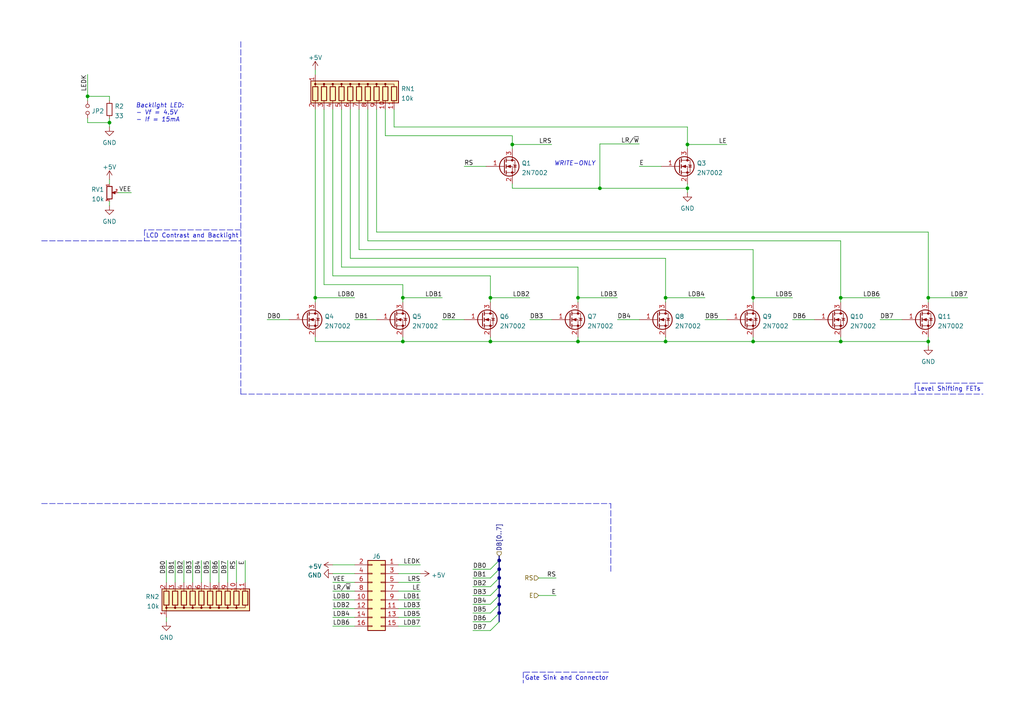
<source format=kicad_sch>
(kicad_sch (version 20210621) (generator eeschema)
  (paper "A4")
  (title_block (title "STM32 Reflow Controller") (date "2021-11-26") (company "de Byl Technologies, LLC"))
  (lib_symbols
    (symbol "2N7002_10" (pin_names (offset 0) hide)
      (property "Reference" "Q" (at 5.08 1.905 0))
      (property "Value" "2N7002_10" (at 5.08 0 0))
      (symbol "2N7002_10_0_1"
        (polyline (pts (xy 0.762 -1.778) (xy 2.54 -1.778)))
        (polyline (pts (xy 0.762 -1.27) (xy 0.762 -2.286)) (stroke (width 0.254)))
        (polyline (pts (xy 0.762 0) (xy 2.54 0)))
        (polyline (pts (xy 0.762 0.508) (xy 0.762 -0.508)) (stroke (width 0.254)))
        (polyline (pts (xy 0.762 1.778) (xy 2.54 1.778)))
        (polyline (pts (xy 0.762 2.286) (xy 0.762 1.27)) (stroke (width 0.254)))
        (polyline (pts (xy 2.54 -1.778) (xy 2.54 -2.54)))
        (polyline (pts (xy 2.54 -1.778) (xy 2.54 0)))
        (polyline (pts (xy 2.54 2.54) (xy 2.54 1.778)))
        (polyline (pts (xy 0.254 1.905) (xy 0.254 -1.905) (xy 0.254 -1.905)) (stroke (width 0.254)))
        (polyline (pts (xy 1.016 0) (xy 2.032 0.381) (xy 2.032 -0.381) (xy 1.016 0)) (fill (type outline)))
        (polyline (pts (xy 2.54 -1.778) (xy 3.302 -1.778) (xy 3.302 1.778) (xy 2.54 1.778)))
        (polyline (pts (xy 2.794 0.508) (xy 2.921 0.381) (xy 3.683 0.381) (xy 3.81 0.254)))
        (polyline (pts (xy 3.302 0.381) (xy 2.921 -0.254) (xy 3.683 -0.254) (xy 3.302 0.381)))
        (circle (center 1.651 0) (radius 2.8194) (stroke (width 0.254)) (stroke (width 0.254)))
        (circle (center 2.54 -1.778) (radius 0.2794) (fill (type outline)))
        (circle (center 2.54 1.778) (radius 0.2794) (fill (type outline)))
      )
      (symbol "2N7002_10_1_1"
        (pin input line (at -5.08 0 0) (length 5.334) (name "G") (number "1"))
        (pin passive line (at 2.54 -5.08 90) (length 2.54) (name "S") (number "2"))
        (pin passive line (at 2.54 5.08 270) (length 2.54) (name "D") (number "3"))
      )
    )
    (symbol "2N7002_2" (pin_names (offset 0) hide)
      (property "Reference" "Q" (at 5.08 1.905 0))
      (property "Value" "2N7002_2" (at 5.08 0 0))
      (symbol "2N7002_2_0_1"
        (polyline (pts (xy 0.762 -1.778) (xy 2.54 -1.778)))
        (polyline (pts (xy 0.762 -1.27) (xy 0.762 -2.286)) (stroke (width 0.254)))
        (polyline (pts (xy 0.762 0) (xy 2.54 0)))
        (polyline (pts (xy 0.762 0.508) (xy 0.762 -0.508)) (stroke (width 0.254)))
        (polyline (pts (xy 0.762 1.778) (xy 2.54 1.778)))
        (polyline (pts (xy 0.762 2.286) (xy 0.762 1.27)) (stroke (width 0.254)))
        (polyline (pts (xy 2.54 -1.778) (xy 2.54 -2.54)))
        (polyline (pts (xy 2.54 -1.778) (xy 2.54 0)))
        (polyline (pts (xy 2.54 2.54) (xy 2.54 1.778)))
        (polyline (pts (xy 0.254 1.905) (xy 0.254 -1.905) (xy 0.254 -1.905)) (stroke (width 0.254)))
        (polyline (pts (xy 1.016 0) (xy 2.032 0.381) (xy 2.032 -0.381) (xy 1.016 0)) (fill (type outline)))
        (polyline (pts (xy 2.54 -1.778) (xy 3.302 -1.778) (xy 3.302 1.778) (xy 2.54 1.778)))
        (polyline (pts (xy 2.794 0.508) (xy 2.921 0.381) (xy 3.683 0.381) (xy 3.81 0.254)))
        (polyline (pts (xy 3.302 0.381) (xy 2.921 -0.254) (xy 3.683 -0.254) (xy 3.302 0.381)))
        (circle (center 1.651 0) (radius 2.8194) (stroke (width 0.254)) (stroke (width 0.254)))
        (circle (center 2.54 -1.778) (radius 0.2794) (fill (type outline)))
        (circle (center 2.54 1.778) (radius 0.2794) (fill (type outline)))
      )
      (symbol "2N7002_2_1_1"
        (pin input line (at -5.08 0 0) (length 5.334) (name "G") (number "1"))
        (pin passive line (at 2.54 -5.08 90) (length 2.54) (name "S") (number "2"))
        (pin passive line (at 2.54 5.08 270) (length 2.54) (name "D") (number "3"))
      )
    )
    (symbol "2N7002_3" (pin_names (offset 0) hide)
      (property "Reference" "Q" (at 5.08 1.905 0))
      (property "Value" "2N7002_3" (at 5.08 0 0))
      (symbol "2N7002_3_0_1"
        (polyline (pts (xy 0.762 -1.778) (xy 2.54 -1.778)))
        (polyline (pts (xy 0.762 -1.27) (xy 0.762 -2.286)) (stroke (width 0.254)))
        (polyline (pts (xy 0.762 0) (xy 2.54 0)))
        (polyline (pts (xy 0.762 0.508) (xy 0.762 -0.508)) (stroke (width 0.254)))
        (polyline (pts (xy 0.762 1.778) (xy 2.54 1.778)))
        (polyline (pts (xy 0.762 2.286) (xy 0.762 1.27)) (stroke (width 0.254)))
        (polyline (pts (xy 2.54 -1.778) (xy 2.54 -2.54)))
        (polyline (pts (xy 2.54 -1.778) (xy 2.54 0)))
        (polyline (pts (xy 2.54 2.54) (xy 2.54 1.778)))
        (polyline (pts (xy 0.254 1.905) (xy 0.254 -1.905) (xy 0.254 -1.905)) (stroke (width 0.254)))
        (polyline (pts (xy 1.016 0) (xy 2.032 0.381) (xy 2.032 -0.381) (xy 1.016 0)) (fill (type outline)))
        (polyline (pts (xy 2.54 -1.778) (xy 3.302 -1.778) (xy 3.302 1.778) (xy 2.54 1.778)))
        (polyline (pts (xy 2.794 0.508) (xy 2.921 0.381) (xy 3.683 0.381) (xy 3.81 0.254)))
        (polyline (pts (xy 3.302 0.381) (xy 2.921 -0.254) (xy 3.683 -0.254) (xy 3.302 0.381)))
        (circle (center 1.651 0) (radius 2.8194) (stroke (width 0.254)) (stroke (width 0.254)))
        (circle (center 2.54 -1.778) (radius 0.2794) (fill (type outline)))
        (circle (center 2.54 1.778) (radius 0.2794) (fill (type outline)))
      )
      (symbol "2N7002_3_1_1"
        (pin input line (at -5.08 0 0) (length 5.334) (name "G") (number "1"))
        (pin passive line (at 2.54 -5.08 90) (length 2.54) (name "S") (number "2"))
        (pin passive line (at 2.54 5.08 270) (length 2.54) (name "D") (number "3"))
      )
    )
    (symbol "2N7002_4" (pin_names (offset 0) hide)
      (property "Reference" "Q" (at 5.08 1.905 0))
      (property "Value" "2N7002_4" (at 5.08 0 0))
      (symbol "2N7002_4_0_1"
        (polyline (pts (xy 0.762 -1.778) (xy 2.54 -1.778)))
        (polyline (pts (xy 0.762 -1.27) (xy 0.762 -2.286)) (stroke (width 0.254)))
        (polyline (pts (xy 0.762 0) (xy 2.54 0)))
        (polyline (pts (xy 0.762 0.508) (xy 0.762 -0.508)) (stroke (width 0.254)))
        (polyline (pts (xy 0.762 1.778) (xy 2.54 1.778)))
        (polyline (pts (xy 0.762 2.286) (xy 0.762 1.27)) (stroke (width 0.254)))
        (polyline (pts (xy 2.54 -1.778) (xy 2.54 -2.54)))
        (polyline (pts (xy 2.54 -1.778) (xy 2.54 0)))
        (polyline (pts (xy 2.54 2.54) (xy 2.54 1.778)))
        (polyline (pts (xy 0.254 1.905) (xy 0.254 -1.905) (xy 0.254 -1.905)) (stroke (width 0.254)))
        (polyline (pts (xy 1.016 0) (xy 2.032 0.381) (xy 2.032 -0.381) (xy 1.016 0)) (fill (type outline)))
        (polyline (pts (xy 2.54 -1.778) (xy 3.302 -1.778) (xy 3.302 1.778) (xy 2.54 1.778)))
        (polyline (pts (xy 2.794 0.508) (xy 2.921 0.381) (xy 3.683 0.381) (xy 3.81 0.254)))
        (polyline (pts (xy 3.302 0.381) (xy 2.921 -0.254) (xy 3.683 -0.254) (xy 3.302 0.381)))
        (circle (center 1.651 0) (radius 2.8194) (stroke (width 0.254)) (stroke (width 0.254)))
        (circle (center 2.54 -1.778) (radius 0.2794) (fill (type outline)))
        (circle (center 2.54 1.778) (radius 0.2794) (fill (type outline)))
      )
      (symbol "2N7002_4_1_1"
        (pin input line (at -5.08 0 0) (length 5.334) (name "G") (number "1"))
        (pin passive line (at 2.54 -5.08 90) (length 2.54) (name "S") (number "2"))
        (pin passive line (at 2.54 5.08 270) (length 2.54) (name "D") (number "3"))
      )
    )
    (symbol "2N7002_6" (pin_names (offset 0) hide)
      (property "Reference" "Q" (at 5.08 1.905 0))
      (property "Value" "2N7002_6" (at 5.08 0 0))
      (symbol "2N7002_6_0_1"
        (polyline (pts (xy 0.762 -1.778) (xy 2.54 -1.778)))
        (polyline (pts (xy 0.762 -1.27) (xy 0.762 -2.286)) (stroke (width 0.254)))
        (polyline (pts (xy 0.762 0) (xy 2.54 0)))
        (polyline (pts (xy 0.762 0.508) (xy 0.762 -0.508)) (stroke (width 0.254)))
        (polyline (pts (xy 0.762 1.778) (xy 2.54 1.778)))
        (polyline (pts (xy 0.762 2.286) (xy 0.762 1.27)) (stroke (width 0.254)))
        (polyline (pts (xy 2.54 -1.778) (xy 2.54 -2.54)))
        (polyline (pts (xy 2.54 -1.778) (xy 2.54 0)))
        (polyline (pts (xy 2.54 2.54) (xy 2.54 1.778)))
        (polyline (pts (xy 0.254 1.905) (xy 0.254 -1.905) (xy 0.254 -1.905)) (stroke (width 0.254)))
        (polyline (pts (xy 1.016 0) (xy 2.032 0.381) (xy 2.032 -0.381) (xy 1.016 0)) (fill (type outline)))
        (polyline (pts (xy 2.54 -1.778) (xy 3.302 -1.778) (xy 3.302 1.778) (xy 2.54 1.778)))
        (polyline (pts (xy 2.794 0.508) (xy 2.921 0.381) (xy 3.683 0.381) (xy 3.81 0.254)))
        (polyline (pts (xy 3.302 0.381) (xy 2.921 -0.254) (xy 3.683 -0.254) (xy 3.302 0.381)))
        (circle (center 1.651 0) (radius 2.8194) (stroke (width 0.254)) (stroke (width 0.254)))
        (circle (center 2.54 -1.778) (radius 0.2794) (fill (type outline)))
        (circle (center 2.54 1.778) (radius 0.2794) (fill (type outline)))
      )
      (symbol "2N7002_6_1_1"
        (pin input line (at -5.08 0 0) (length 5.334) (name "G") (number "1"))
        (pin passive line (at 2.54 -5.08 90) (length 2.54) (name "S") (number "2"))
        (pin passive line (at 2.54 5.08 270) (length 2.54) (name "D") (number "3"))
      )
    )
    (symbol "2N7002_7" (pin_names (offset 0) hide)
      (property "Reference" "Q" (at 5.08 1.905 0))
      (property "Value" "2N7002_7" (at 5.08 0 0))
      (symbol "2N7002_7_0_1"
        (polyline (pts (xy 0.762 -1.778) (xy 2.54 -1.778)))
        (polyline (pts (xy 0.762 -1.27) (xy 0.762 -2.286)) (stroke (width 0.254)))
        (polyline (pts (xy 0.762 0) (xy 2.54 0)))
        (polyline (pts (xy 0.762 0.508) (xy 0.762 -0.508)) (stroke (width 0.254)))
        (polyline (pts (xy 0.762 1.778) (xy 2.54 1.778)))
        (polyline (pts (xy 0.762 2.286) (xy 0.762 1.27)) (stroke (width 0.254)))
        (polyline (pts (xy 2.54 -1.778) (xy 2.54 -2.54)))
        (polyline (pts (xy 2.54 -1.778) (xy 2.54 0)))
        (polyline (pts (xy 2.54 2.54) (xy 2.54 1.778)))
        (polyline (pts (xy 0.254 1.905) (xy 0.254 -1.905) (xy 0.254 -1.905)) (stroke (width 0.254)))
        (polyline (pts (xy 1.016 0) (xy 2.032 0.381) (xy 2.032 -0.381) (xy 1.016 0)) (fill (type outline)))
        (polyline (pts (xy 2.54 -1.778) (xy 3.302 -1.778) (xy 3.302 1.778) (xy 2.54 1.778)))
        (polyline (pts (xy 2.794 0.508) (xy 2.921 0.381) (xy 3.683 0.381) (xy 3.81 0.254)))
        (polyline (pts (xy 3.302 0.381) (xy 2.921 -0.254) (xy 3.683 -0.254) (xy 3.302 0.381)))
        (circle (center 1.651 0) (radius 2.8194) (stroke (width 0.254)) (stroke (width 0.254)))
        (circle (center 2.54 -1.778) (radius 0.2794) (fill (type outline)))
        (circle (center 2.54 1.778) (radius 0.2794) (fill (type outline)))
      )
      (symbol "2N7002_7_1_1"
        (pin input line (at -5.08 0 0) (length 5.334) (name "G") (number "1"))
        (pin passive line (at 2.54 -5.08 90) (length 2.54) (name "S") (number "2"))
        (pin passive line (at 2.54 5.08 270) (length 2.54) (name "D") (number "3"))
      )
    )
    (symbol "2N7002_8" (pin_names (offset 0) hide)
      (property "Reference" "Q" (at 5.08 1.905 0))
      (property "Value" "2N7002_8" (at 5.08 0 0))
      (symbol "2N7002_8_0_1"
        (polyline (pts (xy 0.762 -1.778) (xy 2.54 -1.778)))
        (polyline (pts (xy 0.762 -1.27) (xy 0.762 -2.286)) (stroke (width 0.254)))
        (polyline (pts (xy 0.762 0) (xy 2.54 0)))
        (polyline (pts (xy 0.762 0.508) (xy 0.762 -0.508)) (stroke (width 0.254)))
        (polyline (pts (xy 0.762 1.778) (xy 2.54 1.778)))
        (polyline (pts (xy 0.762 2.286) (xy 0.762 1.27)) (stroke (width 0.254)))
        (polyline (pts (xy 2.54 -1.778) (xy 2.54 -2.54)))
        (polyline (pts (xy 2.54 -1.778) (xy 2.54 0)))
        (polyline (pts (xy 2.54 2.54) (xy 2.54 1.778)))
        (polyline (pts (xy 0.254 1.905) (xy 0.254 -1.905) (xy 0.254 -1.905)) (stroke (width 0.254)))
        (polyline (pts (xy 1.016 0) (xy 2.032 0.381) (xy 2.032 -0.381) (xy 1.016 0)) (fill (type outline)))
        (polyline (pts (xy 2.54 -1.778) (xy 3.302 -1.778) (xy 3.302 1.778) (xy 2.54 1.778)))
        (polyline (pts (xy 2.794 0.508) (xy 2.921 0.381) (xy 3.683 0.381) (xy 3.81 0.254)))
        (polyline (pts (xy 3.302 0.381) (xy 2.921 -0.254) (xy 3.683 -0.254) (xy 3.302 0.381)))
        (circle (center 1.651 0) (radius 2.8194) (stroke (width 0.254)) (stroke (width 0.254)))
        (circle (center 2.54 -1.778) (radius 0.2794) (fill (type outline)))
        (circle (center 2.54 1.778) (radius 0.2794) (fill (type outline)))
      )
      (symbol "2N7002_8_1_1"
        (pin input line (at -5.08 0 0) (length 5.334) (name "G") (number "1"))
        (pin passive line (at 2.54 -5.08 90) (length 2.54) (name "S") (number "2"))
        (pin passive line (at 2.54 5.08 270) (length 2.54) (name "D") (number "3"))
      )
    )
    (symbol "2N7002_9" (pin_names (offset 0) hide)
      (property "Reference" "Q" (at 5.08 1.905 0))
      (property "Value" "2N7002_9" (at 5.08 0 0))
      (symbol "2N7002_9_0_1"
        (polyline (pts (xy 0.762 -1.778) (xy 2.54 -1.778)))
        (polyline (pts (xy 0.762 -1.27) (xy 0.762 -2.286)) (stroke (width 0.254)))
        (polyline (pts (xy 0.762 0) (xy 2.54 0)))
        (polyline (pts (xy 0.762 0.508) (xy 0.762 -0.508)) (stroke (width 0.254)))
        (polyline (pts (xy 0.762 1.778) (xy 2.54 1.778)))
        (polyline (pts (xy 0.762 2.286) (xy 0.762 1.27)) (stroke (width 0.254)))
        (polyline (pts (xy 2.54 -1.778) (xy 2.54 -2.54)))
        (polyline (pts (xy 2.54 -1.778) (xy 2.54 0)))
        (polyline (pts (xy 2.54 2.54) (xy 2.54 1.778)))
        (polyline (pts (xy 0.254 1.905) (xy 0.254 -1.905) (xy 0.254 -1.905)) (stroke (width 0.254)))
        (polyline (pts (xy 1.016 0) (xy 2.032 0.381) (xy 2.032 -0.381) (xy 1.016 0)) (fill (type outline)))
        (polyline (pts (xy 2.54 -1.778) (xy 3.302 -1.778) (xy 3.302 1.778) (xy 2.54 1.778)))
        (polyline (pts (xy 2.794 0.508) (xy 2.921 0.381) (xy 3.683 0.381) (xy 3.81 0.254)))
        (polyline (pts (xy 3.302 0.381) (xy 2.921 -0.254) (xy 3.683 -0.254) (xy 3.302 0.381)))
        (circle (center 1.651 0) (radius 2.8194) (stroke (width 0.254)) (stroke (width 0.254)))
        (circle (center 2.54 -1.778) (radius 0.2794) (fill (type outline)))
        (circle (center 2.54 1.778) (radius 0.2794) (fill (type outline)))
      )
      (symbol "2N7002_9_1_1"
        (pin input line (at -5.08 0 0) (length 5.334) (name "G") (number "1"))
        (pin passive line (at 2.54 -5.08 90) (length 2.54) (name "S") (number "2"))
        (pin passive line (at 2.54 5.08 270) (length 2.54) (name "D") (number "3"))
      )
    )
    (symbol "Connector_Generic:Conn_02x08_Odd_Even" (pin_names (offset 1.016) hide)
      (property "Reference" "J" (at 1.27 10.16 0))
      (property "Value" "Conn_02x08_Odd_Even" (at 1.27 -12.7 0))
      (symbol "Conn_02x08_Odd_Even_1_1"
        (rectangle (start -1.27 -10.033) (end 0 -10.287) (stroke (width 0.1524)))
        (rectangle (start -1.27 -7.493) (end 0 -7.747) (stroke (width 0.1524)))
        (rectangle (start -1.27 -4.953) (end 0 -5.207) (stroke (width 0.1524)))
        (rectangle (start -1.27 -2.413) (end 0 -2.667) (stroke (width 0.1524)))
        (rectangle (start -1.27 0.127) (end 0 -0.127) (stroke (width 0.1524)))
        (rectangle (start -1.27 2.667) (end 0 2.413) (stroke (width 0.1524)))
        (rectangle (start -1.27 5.207) (end 0 4.953) (stroke (width 0.1524)))
        (rectangle (start -1.27 7.747) (end 0 7.493) (stroke (width 0.1524)))
        (rectangle (start -1.27 8.89) (end 3.81 -11.43) (stroke (width 0.254)) (fill (type background)))
        (rectangle (start 3.81 -10.033) (end 2.54 -10.287) (stroke (width 0.1524)))
        (rectangle (start 3.81 -7.493) (end 2.54 -7.747) (stroke (width 0.1524)))
        (rectangle (start 3.81 -4.953) (end 2.54 -5.207) (stroke (width 0.1524)))
        (rectangle (start 3.81 -2.413) (end 2.54 -2.667) (stroke (width 0.1524)))
        (rectangle (start 3.81 0.127) (end 2.54 -0.127) (stroke (width 0.1524)))
        (rectangle (start 3.81 2.667) (end 2.54 2.413) (stroke (width 0.1524)))
        (rectangle (start 3.81 5.207) (end 2.54 4.953) (stroke (width 0.1524)))
        (rectangle (start 3.81 7.747) (end 2.54 7.493) (stroke (width 0.1524)))
        (pin passive line (at -5.08 7.62 0) (length 3.81) (name "Pin_1") (number "1"))
        (pin passive line (at 7.62 -2.54 180) (length 3.81) (name "Pin_10") (number "10"))
        (pin passive line (at -5.08 -5.08 0) (length 3.81) (name "Pin_11") (number "11"))
        (pin passive line (at 7.62 -5.08 180) (length 3.81) (name "Pin_12") (number "12"))
        (pin passive line (at -5.08 -7.62 0) (length 3.81) (name "Pin_13") (number "13"))
        (pin passive line (at 7.62 -7.62 180) (length 3.81) (name "Pin_14") (number "14"))
        (pin passive line (at -5.08 -10.16 0) (length 3.81) (name "Pin_15") (number "15"))
        (pin passive line (at 7.62 -10.16 180) (length 3.81) (name "Pin_16") (number "16"))
        (pin passive line (at 7.62 7.62 180) (length 3.81) (name "Pin_2") (number "2"))
        (pin passive line (at -5.08 5.08 0) (length 3.81) (name "Pin_3") (number "3"))
        (pin passive line (at 7.62 5.08 180) (length 3.81) (name "Pin_4") (number "4"))
        (pin passive line (at -5.08 2.54 0) (length 3.81) (name "Pin_5") (number "5"))
        (pin passive line (at 7.62 2.54 180) (length 3.81) (name "Pin_6") (number "6"))
        (pin passive line (at -5.08 0 0) (length 3.81) (name "Pin_7") (number "7"))
        (pin passive line (at 7.62 0 180) (length 3.81) (name "Pin_8") (number "8"))
        (pin passive line (at -5.08 -2.54 0) (length 3.81) (name "Pin_9") (number "9"))
      )
    )
    (symbol "Device:Jumper_NO_Small" (pin_numbers hide) (pin_names (offset 0.762) hide)
      (property "Reference" "JP" (at 0 2.032 0))
      (property "Value" "Jumper_NO_Small" (at 0.254 -1.524 0))
      (symbol "Jumper_NO_Small_0_1"
        (circle (center -1.016 0) (radius 0.508))
        (circle (center 1.016 0) (radius 0.508))
        (pin passive line (at -2.54 0 0) (length 1.016) (name "1") (number "1"))
        (pin passive line (at 2.54 0 180) (length 1.016) (name "2") (number "2"))
      )
    )
    (symbol "Device:R_Network10" (pin_names (offset 0) hide)
      (property "Reference" "RN" (at -15.24 0 90))
      (property "Value" "R_Network10" (at 12.7 0 90))
      (symbol "R_Network10_0_1"
        (rectangle (start -13.97 -3.175) (end 11.43 3.175) (stroke (width 0.254)) (fill (type background)))
        (rectangle (start -13.462 1.524) (end -11.938 -2.54) (stroke (width 0.254)))
        (circle (center -12.7 2.286) (radius 0.254) (fill (type outline)))
        (rectangle (start -10.922 1.524) (end -9.398 -2.54) (stroke (width 0.254)))
        (circle (center -10.16 2.286) (radius 0.254) (fill (type outline)))
        (rectangle (start -8.382 1.524) (end -6.858 -2.54) (stroke (width 0.254)))
        (circle (center -7.62 2.286) (radius 0.254) (fill (type outline)))
        (rectangle (start -5.842 1.524) (end -4.318 -2.54) (stroke (width 0.254)))
        (circle (center -5.08 2.286) (radius 0.254) (fill (type outline)))
        (rectangle (start -3.302 1.524) (end -1.778 -2.54) (stroke (width 0.254)))
        (circle (center -2.54 2.286) (radius 0.254) (fill (type outline)))
        (rectangle (start -0.762 1.524) (end 0.762 -2.54) (stroke (width 0.254)))
        (polyline (pts (xy -12.7 2.54) (xy -12.7 1.524)))
        (polyline (pts (xy -12.7 1.524) (xy -12.7 2.286) (xy -10.16 2.286) (xy -10.16 1.524)))
        (polyline (pts (xy -10.16 1.524) (xy -10.16 2.286) (xy -7.62 2.286) (xy -7.62 1.524)))
        (polyline (pts (xy -7.62 1.524) (xy -7.62 2.286) (xy -5.08 2.286) (xy -5.08 1.524)))
        (polyline (pts (xy -5.08 1.524) (xy -5.08 2.286) (xy -2.54 2.286) (xy -2.54 1.524)))
        (polyline (pts (xy -2.54 1.524) (xy -2.54 2.286) (xy 0 2.286) (xy 0 1.524)))
        (polyline (pts (xy 0 1.524) (xy 0 2.286) (xy 2.54 2.286) (xy 2.54 1.524)))
        (polyline (pts (xy 2.54 1.524) (xy 2.54 2.286) (xy 5.08 2.286) (xy 5.08 1.524)))
        (polyline (pts (xy 5.08 1.524) (xy 5.08 2.286) (xy 7.62 2.286) (xy 7.62 1.524)))
        (polyline (pts (xy 7.62 1.524) (xy 7.62 2.286) (xy 10.16 2.286) (xy 10.16 1.524)))
        (circle (center 0 2.286) (radius 0.254) (fill (type outline)))
        (rectangle (start 1.778 1.524) (end 3.302 -2.54) (stroke (width 0.254)))
        (circle (center 2.54 2.286) (radius 0.254) (fill (type outline)))
        (rectangle (start 4.318 1.524) (end 5.842 -2.54) (stroke (width 0.254)))
        (circle (center 5.08 2.286) (radius 0.254) (fill (type outline)))
        (rectangle (start 6.858 1.524) (end 8.382 -2.54) (stroke (width 0.254)))
        (circle (center 7.62 2.286) (radius 0.254) (fill (type outline)))
        (rectangle (start 9.398 1.524) (end 10.922 -2.54) (stroke (width 0.254)))
      )
      (symbol "R_Network10_1_1"
        (pin passive line (at -12.7 5.08 270) (length 2.54) (name "common") (number "1"))
        (pin passive line (at 7.62 -5.08 90) (length 2.54) (name "R9") (number "10"))
        (pin passive line (at 10.16 -5.08 90) (length 2.54) (name "R10") (number "11"))
        (pin passive line (at -12.7 -5.08 90) (length 2.54) (name "R1") (number "2"))
        (pin passive line (at -10.16 -5.08 90) (length 2.54) (name "R2") (number "3"))
        (pin passive line (at -7.62 -5.08 90) (length 2.54) (name "R3") (number "4"))
        (pin passive line (at -5.08 -5.08 90) (length 2.54) (name "R4") (number "5"))
        (pin passive line (at -2.54 -5.08 90) (length 2.54) (name "R5") (number "6"))
        (pin passive line (at 0 -5.08 90) (length 2.54) (name "R6") (number "7"))
        (pin passive line (at 2.54 -5.08 90) (length 2.54) (name "R7") (number "8"))
        (pin passive line (at 5.08 -5.08 90) (length 2.54) (name "R8") (number "9"))
      )
    )
    (symbol "Device:R_POT_Small" (pin_names (offset 1.016) hide)
      (property "Reference" "RV" (at -4.445 0 90))
      (property "Value" "R_POT_Small" (at -2.54 0 90))
      (symbol "R_POT_Small_0_1"
        (polyline (pts (xy 0.889 0) (xy 0.635 0) (xy 1.651 0.381) (xy 1.651 -0.381) (xy 0.635 0) (xy 0.889 0)) (fill (type outline)))
        (rectangle (start 0.762 1.8034) (end -0.762 -1.8034) (stroke (width 0.254)))
      )
      (symbol "R_POT_Small_1_1"
        (pin passive line (at 0 2.54 270) (length 0.635) (name "1") (number "1"))
        (pin passive line (at 2.54 0 180) (length 0.9906) (name "2") (number "2"))
        (pin passive line (at 0 -2.54 90) (length 0.635) (name "3") (number "3"))
      )
    )
    (symbol "Device:R_Small" (pin_numbers hide) (pin_names (offset 0.254) hide)
      (property "Reference" "R" (at 0.762 0.508 0))
      (property "Value" "R_Small" (at 0.762 -1.016 0))
      (symbol "R_Small_0_1"
        (rectangle (start -0.762 1.778) (end 0.762 -1.778) (stroke (width 0.2032)))
      )
      (symbol "R_Small_1_1"
        (pin passive line (at 0 2.54 270) (length 0.762) (name "~") (number "1"))
        (pin passive line (at 0 -2.54 90) (length 0.762) (name "~") (number "2"))
      )
    )
    (symbol "Transistor_FET:2N7002" (pin_names (offset 0) hide)
      (property "Reference" "Q" (at 5.08 1.905 0))
      (property "Value" "2N7002" (at 5.08 0 0))
      (symbol "2N7002_0_1"
        (polyline (pts (xy 0.762 -1.778) (xy 2.54 -1.778)))
        (polyline (pts (xy 0.762 -1.27) (xy 0.762 -2.286)) (stroke (width 0.254)))
        (polyline (pts (xy 0.762 0) (xy 2.54 0)))
        (polyline (pts (xy 0.762 0.508) (xy 0.762 -0.508)) (stroke (width 0.254)))
        (polyline (pts (xy 0.762 1.778) (xy 2.54 1.778)))
        (polyline (pts (xy 0.762 2.286) (xy 0.762 1.27)) (stroke (width 0.254)))
        (polyline (pts (xy 2.54 -1.778) (xy 2.54 -2.54)))
        (polyline (pts (xy 2.54 -1.778) (xy 2.54 0)))
        (polyline (pts (xy 2.54 2.54) (xy 2.54 1.778)))
        (polyline (pts (xy 0.254 1.905) (xy 0.254 -1.905) (xy 0.254 -1.905)) (stroke (width 0.254)))
        (polyline (pts (xy 1.016 0) (xy 2.032 0.381) (xy 2.032 -0.381) (xy 1.016 0)) (fill (type outline)))
        (polyline (pts (xy 2.54 -1.778) (xy 3.302 -1.778) (xy 3.302 1.778) (xy 2.54 1.778)))
        (polyline (pts (xy 2.794 0.508) (xy 2.921 0.381) (xy 3.683 0.381) (xy 3.81 0.254)))
        (polyline (pts (xy 3.302 0.381) (xy 2.921 -0.254) (xy 3.683 -0.254) (xy 3.302 0.381)))
        (circle (center 1.651 0) (radius 2.8194) (stroke (width 0.254)) (stroke (width 0.254)))
        (circle (center 2.54 -1.778) (radius 0.2794) (fill (type outline)))
        (circle (center 2.54 1.778) (radius 0.2794) (fill (type outline)))
      )
      (symbol "2N7002_1_1"
        (pin input line (at -5.08 0 0) (length 5.334) (name "G") (number "1"))
        (pin passive line (at 2.54 -5.08 90) (length 2.54) (name "S") (number "2"))
        (pin passive line (at 2.54 5.08 270) (length 2.54) (name "D") (number "3"))
      )
    )
    (symbol "power:+5V" (power) (pin_names (offset 0))
      (property "Value" "+5V" (at 0 3.556 0))
      (symbol "+5V_0_1"
        (polyline (pts (xy -0.762 1.27) (xy 0 2.54)))
        (polyline (pts (xy 0 0) (xy 0 2.54)))
        (polyline (pts (xy 0 2.54) (xy 0.762 1.27)))
      )
      (symbol "+5V_1_1"
        (pin power_in line (at 0 0 90) (length 0) hide (name "+5V") (number "1"))
      )
    )
    (symbol "power:GND" (power) (pin_names (offset 0))
      (property "Value" "GND" (at 0 -3.81 0))
      (symbol "GND_0_1"
        (polyline (pts (xy 0 0) (xy 0 -1.27) (xy 1.27 -1.27) (xy 0 -2.54) (xy -1.27 -1.27) (xy 0 -1.27)))
      )
      (symbol "GND_1_1"
        (pin power_in line (at 0 0 270) (length 0) hide (name "GND") (number "1"))
      )
    )
  )
  (junction (at 25.4 27.94))
  (junction (at 31.75 35.56))
  (junction (at 91.44 86.36))
  (junction (at 116.84 86.36))
  (junction (at 116.84 99.06))
  (junction (at 142.24 86.36))
  (junction (at 142.24 99.06))
  (junction (at 148.59 41.91))
  (junction (at 167.64 86.36))
  (junction (at 167.64 99.06))
  (junction (at 173.99 54.61))
  (junction (at 193.04 86.36))
  (junction (at 193.04 99.06))
  (junction (at 199.39 41.91))
  (junction (at 199.39 54.61))
  (junction (at 218.44 86.36))
  (junction (at 218.44 99.06))
  (junction (at 243.84 86.36))
  (junction (at 243.84 99.06))
  (junction (at 269.24 86.36))
  (junction (at 269.24 99.06))
  (junction (at 144.78 162.56))
  (junction (at 144.78 165.1))
  (junction (at 144.78 167.64))
  (junction (at 144.78 170.18))
  (junction (at 144.78 172.72))
  (junction (at 144.78 175.26))
  (junction (at 144.78 177.8))
  (bus_entry (at 142.24 165.1) (size 2.54 -2.54))
  (bus_entry (at 142.24 167.64) (size 2.54 -2.54))
  (bus_entry (at 142.24 170.18) (size 2.54 -2.54))
  (bus_entry (at 142.24 172.72) (size 2.54 -2.54))
  (bus_entry (at 142.24 175.26) (size 2.54 -2.54))
  (bus_entry (at 142.24 177.8) (size 2.54 -2.54))
  (bus_entry (at 142.24 180.34) (size 2.54 -2.54))
  (bus_entry (at 142.24 182.88) (size 2.54 -2.54))
  (wire (pts (xy 25.4 21.59) (xy 25.4 27.94)))
  (wire (pts (xy 25.4 27.94) (xy 25.4 29.21)))
  (wire (pts (xy 25.4 34.29) (xy 25.4 35.56)))
  (wire (pts (xy 25.4 35.56) (xy 31.75 35.56)))
  (wire (pts (xy 31.75 27.94) (xy 25.4 27.94)))
  (wire (pts (xy 31.75 29.21) (xy 31.75 27.94)))
  (wire (pts (xy 31.75 34.29) (xy 31.75 35.56)))
  (wire (pts (xy 31.75 35.56) (xy 31.75 36.83)))
  (wire (pts (xy 31.75 52.07) (xy 31.75 53.34)))
  (wire (pts (xy 31.75 58.42) (xy 31.75 59.69)))
  (wire (pts (xy 34.29 55.88) (xy 38.1 55.88)))
  (wire (pts (xy 48.26 162.56) (xy 48.26 168.91)))
  (wire (pts (xy 48.26 179.07) (xy 48.26 180.34)))
  (wire (pts (xy 50.8 162.56) (xy 50.8 168.91)))
  (wire (pts (xy 53.34 162.56) (xy 53.34 168.91)))
  (wire (pts (xy 55.88 162.56) (xy 55.88 168.91)))
  (wire (pts (xy 58.42 162.56) (xy 58.42 168.91)))
  (wire (pts (xy 60.96 162.56) (xy 60.96 168.91)))
  (wire (pts (xy 63.5 162.56) (xy 63.5 168.91)))
  (wire (pts (xy 66.04 162.56) (xy 66.04 168.91)))
  (wire (pts (xy 68.58 162.56) (xy 68.58 168.91)))
  (wire (pts (xy 71.12 162.56) (xy 71.12 168.91)))
  (wire (pts (xy 77.47 92.71) (xy 83.82 92.71)))
  (wire (pts (xy 91.44 20.32) (xy 91.44 21.59)))
  (wire (pts (xy 91.44 31.75) (xy 91.44 86.36)))
  (wire (pts (xy 91.44 86.36) (xy 91.44 87.63)))
  (wire (pts (xy 91.44 86.36) (xy 102.87 86.36)))
  (wire (pts (xy 91.44 97.79) (xy 91.44 99.06)))
  (wire (pts (xy 91.44 99.06) (xy 116.84 99.06)))
  (wire (pts (xy 93.98 31.75) (xy 93.98 82.55)))
  (wire (pts (xy 93.98 82.55) (xy 116.84 82.55)))
  (wire (pts (xy 96.52 31.75) (xy 96.52 80.01)))
  (wire (pts (xy 96.52 80.01) (xy 142.24 80.01)))
  (wire (pts (xy 96.52 163.83) (xy 102.87 163.83)))
  (wire (pts (xy 96.52 166.37) (xy 102.87 166.37)))
  (wire (pts (xy 96.52 168.91) (xy 102.87 168.91)))
  (wire (pts (xy 96.52 171.45) (xy 102.87 171.45)))
  (wire (pts (xy 96.52 173.99) (xy 102.87 173.99)))
  (wire (pts (xy 96.52 176.53) (xy 102.87 176.53)))
  (wire (pts (xy 96.52 179.07) (xy 102.87 179.07)))
  (wire (pts (xy 96.52 181.61) (xy 102.87 181.61)))
  (wire (pts (xy 99.06 31.75) (xy 99.06 77.47)))
  (wire (pts (xy 99.06 77.47) (xy 167.64 77.47)))
  (wire (pts (xy 101.6 31.75) (xy 101.6 74.93)))
  (wire (pts (xy 101.6 74.93) (xy 193.04 74.93)))
  (wire (pts (xy 102.87 92.71) (xy 109.22 92.71)))
  (wire (pts (xy 104.14 31.75) (xy 104.14 72.39)))
  (wire (pts (xy 104.14 72.39) (xy 218.44 72.39)))
  (wire (pts (xy 106.68 31.75) (xy 106.68 69.85)))
  (wire (pts (xy 106.68 69.85) (xy 243.84 69.85)))
  (wire (pts (xy 109.22 31.75) (xy 109.22 67.31)))
  (wire (pts (xy 109.22 67.31) (xy 269.24 67.31)))
  (wire (pts (xy 111.76 31.75) (xy 111.76 39.37)))
  (wire (pts (xy 111.76 39.37) (xy 148.59 39.37)))
  (wire (pts (xy 114.3 31.75) (xy 114.3 36.83)))
  (wire (pts (xy 114.3 36.83) (xy 199.39 36.83)))
  (wire (pts (xy 115.57 163.83) (xy 121.92 163.83)))
  (wire (pts (xy 115.57 166.37) (xy 121.92 166.37)))
  (wire (pts (xy 115.57 168.91) (xy 121.92 168.91)))
  (wire (pts (xy 115.57 171.45) (xy 121.92 171.45)))
  (wire (pts (xy 115.57 173.99) (xy 121.92 173.99)))
  (wire (pts (xy 115.57 176.53) (xy 121.92 176.53)))
  (wire (pts (xy 115.57 179.07) (xy 121.92 179.07)))
  (wire (pts (xy 115.57 181.61) (xy 121.92 181.61)))
  (wire (pts (xy 116.84 82.55) (xy 116.84 86.36)))
  (wire (pts (xy 116.84 86.36) (xy 116.84 87.63)))
  (wire (pts (xy 116.84 86.36) (xy 128.27 86.36)))
  (wire (pts (xy 116.84 97.79) (xy 116.84 99.06)))
  (wire (pts (xy 116.84 99.06) (xy 142.24 99.06)))
  (wire (pts (xy 128.27 92.71) (xy 134.62 92.71)))
  (wire (pts (xy 134.62 48.26) (xy 140.97 48.26)))
  (wire (pts (xy 137.16 165.1) (xy 142.24 165.1)))
  (wire (pts (xy 137.16 167.64) (xy 142.24 167.64)))
  (wire (pts (xy 137.16 170.18) (xy 142.24 170.18)))
  (wire (pts (xy 137.16 172.72) (xy 142.24 172.72)))
  (wire (pts (xy 137.16 175.26) (xy 142.24 175.26)))
  (wire (pts (xy 137.16 177.8) (xy 142.24 177.8)))
  (wire (pts (xy 137.16 180.34) (xy 142.24 180.34)))
  (wire (pts (xy 137.16 182.88) (xy 142.24 182.88)))
  (wire (pts (xy 142.24 80.01) (xy 142.24 86.36)))
  (wire (pts (xy 142.24 86.36) (xy 142.24 87.63)))
  (wire (pts (xy 142.24 86.36) (xy 153.67 86.36)))
  (wire (pts (xy 142.24 97.79) (xy 142.24 99.06)))
  (wire (pts (xy 142.24 99.06) (xy 167.64 99.06)))
  (wire (pts (xy 148.59 39.37) (xy 148.59 41.91)))
  (wire (pts (xy 148.59 41.91) (xy 148.59 43.18)))
  (wire (pts (xy 148.59 41.91) (xy 160.02 41.91)))
  (wire (pts (xy 148.59 53.34) (xy 148.59 54.61)))
  (wire (pts (xy 148.59 54.61) (xy 173.99 54.61)))
  (wire (pts (xy 153.67 92.71) (xy 160.02 92.71)))
  (wire (pts (xy 156.21 167.64) (xy 161.29 167.64)))
  (wire (pts (xy 156.21 172.72) (xy 161.29 172.72)))
  (wire (pts (xy 167.64 77.47) (xy 167.64 86.36)))
  (wire (pts (xy 167.64 86.36) (xy 167.64 87.63)))
  (wire (pts (xy 167.64 86.36) (xy 179.07 86.36)))
  (wire (pts (xy 167.64 97.79) (xy 167.64 99.06)))
  (wire (pts (xy 167.64 99.06) (xy 193.04 99.06)))
  (wire (pts (xy 173.99 41.7435) (xy 173.99 54.61)))
  (wire (pts (xy 173.99 41.7435) (xy 185.42 41.7435)))
  (wire (pts (xy 173.99 54.61) (xy 199.39 54.61)))
  (wire (pts (xy 179.07 92.71) (xy 185.42 92.71)))
  (wire (pts (xy 185.42 48.26) (xy 191.77 48.26)))
  (wire (pts (xy 193.04 74.93) (xy 193.04 86.36)))
  (wire (pts (xy 193.04 86.36) (xy 193.04 87.63)))
  (wire (pts (xy 193.04 86.36) (xy 204.47 86.36)))
  (wire (pts (xy 193.04 97.79) (xy 193.04 99.06)))
  (wire (pts (xy 193.04 99.06) (xy 218.44 99.06)))
  (wire (pts (xy 199.39 36.83) (xy 199.39 41.91)))
  (wire (pts (xy 199.39 41.91) (xy 199.39 43.18)))
  (wire (pts (xy 199.39 41.91) (xy 210.82 41.91)))
  (wire (pts (xy 199.39 53.34) (xy 199.39 54.61)))
  (wire (pts (xy 199.39 54.61) (xy 199.39 55.88)))
  (wire (pts (xy 204.47 92.71) (xy 210.82 92.71)))
  (wire (pts (xy 218.44 72.39) (xy 218.44 86.36)))
  (wire (pts (xy 218.44 86.36) (xy 218.44 87.63)))
  (wire (pts (xy 218.44 86.36) (xy 229.87 86.36)))
  (wire (pts (xy 218.44 97.79) (xy 218.44 99.06)))
  (wire (pts (xy 218.44 99.06) (xy 243.84 99.06)))
  (wire (pts (xy 229.87 92.71) (xy 236.22 92.71)))
  (wire (pts (xy 243.84 69.85) (xy 243.84 86.36)))
  (wire (pts (xy 243.84 86.36) (xy 243.84 87.63)))
  (wire (pts (xy 243.84 86.36) (xy 255.27 86.36)))
  (wire (pts (xy 243.84 97.79) (xy 243.84 99.06)))
  (wire (pts (xy 243.84 99.06) (xy 269.24 99.06)))
  (wire (pts (xy 255.27 92.71) (xy 261.62 92.71)))
  (wire (pts (xy 269.24 67.31) (xy 269.24 86.36)))
  (wire (pts (xy 269.24 86.36) (xy 269.24 87.63)))
  (wire (pts (xy 269.24 86.36) (xy 280.67 86.36)))
  (wire (pts (xy 269.24 97.79) (xy 269.24 99.06)))
  (wire (pts (xy 269.24 99.06) (xy 269.24 100.33)))
  (bus (pts (xy 144.78 161.29) (xy 144.78 162.56)))
  (bus (pts (xy 144.78 162.56) (xy 144.78 165.1)))
  (bus (pts (xy 144.78 165.1) (xy 144.78 167.64)))
  (bus (pts (xy 144.78 167.64) (xy 144.78 170.18)))
  (bus (pts (xy 144.78 170.18) (xy 144.78 172.72)))
  (bus (pts (xy 144.78 172.72) (xy 144.78 175.26)))
  (bus (pts (xy 144.78 175.26) (xy 144.78 177.8)))
  (bus (pts (xy 144.78 177.8) (xy 144.78 180.34)))
  (polyline (pts (xy 12.065 69.85) (xy 69.85 69.85)))
  (polyline (pts (xy 12.065 146.05) (xy 177.165 146.05)))
  (polyline (pts (xy 41.91 66.675) (xy 41.91 69.85)))
  (polyline (pts (xy 69.85 12.065) (xy 69.85 114.3)))
  (polyline (pts (xy 69.85 66.675) (xy 41.91 66.675)))
  (polyline (pts (xy 69.85 114.3) (xy 285.115 114.3)))
  (polyline (pts (xy 151.765 194.945) (xy 151.765 198.12)))
  (polyline (pts (xy 176.53 194.945) (xy 151.765 194.945)))
  (polyline (pts (xy 177.165 165.735) (xy 177.165 146.05)))
  (polyline (pts (xy 265.43 111.125) (xy 265.43 114.3)))
  (polyline (pts (xy 285.115 111.125) (xy 265.43 111.125)))
  (text "Backlight LED:\n- Vf = 4.5V\n- If = 15mA" (at 39.37 35.56 0) (effects (font (size 1.27 1.27) italic) (justify left bottom)))
  (text "LCD Contrast and Backlight" (at 69.215 69.215 180) (effects (font (size 1.27 1.27)) (justify right bottom)))
  (text "WRITE-ONLY" (at 172.72 48.26 180) (effects (font (size 1.27 1.27) italic) (justify right bottom)))
  (text "Gate Sink and Connector" (at 176.53 197.485 180) (effects (font (size 1.27 1.27)) (justify right bottom)))
  (text "Level Shifting FETs" (at 284.48 113.665 180) (effects (font (size 1.27 1.27)) (justify right bottom)))
  (label "LEDK" (at 25.4 21.59 270))
  (label "VEE" (at 38.1 55.88 180))
  (label "DB0" (at 48.26 162.56 270))
  (label "DB1" (at 50.8 162.56 270))
  (label "DB2" (at 53.34 162.56 270))
  (label "DB3" (at 55.88 162.56 270))
  (label "DB4" (at 58.42 162.56 270))
  (label "DB5" (at 60.96 162.56 270))
  (label "DB6" (at 63.5 162.56 270))
  (label "DB7" (at 66.04 162.56 270))
  (label "RS" (at 68.58 162.56 270))
  (label "E" (at 71.12 162.56 270))
  (label "DB0" (at 77.47 92.71 0))
  (label "VEE" (at 96.52 168.91 0))
  (label "LR{slash}~{W}" (at 96.52 171.45 0))
  (label "LDB0" (at 96.52 173.99 0))
  (label "LDB2" (at 96.52 176.53 0))
  (label "LDB4" (at 96.52 179.07 0))
  (label "LDB6" (at 96.52 181.61 0))
  (label "LDB0" (at 102.87 86.36 180))
  (label "DB1" (at 102.87 92.71 0))
  (label "LEDK" (at 121.92 163.83 180))
  (label "LRS" (at 121.92 168.91 180))
  (label "LE" (at 121.92 171.45 180))
  (label "LDB1" (at 121.92 173.99 180))
  (label "LDB3" (at 121.92 176.53 180))
  (label "LDB5" (at 121.92 179.07 180))
  (label "LDB7" (at 121.92 181.61 180))
  (label "LDB1" (at 128.27 86.36 180))
  (label "DB2" (at 128.27 92.71 0))
  (label "RS" (at 134.62 48.26 0))
  (label "DB0" (at 137.16 165.1 0))
  (label "DB1" (at 137.16 167.64 0))
  (label "DB2" (at 137.16 170.18 0))
  (label "DB3" (at 137.16 172.72 0))
  (label "DB4" (at 137.16 175.26 0))
  (label "DB5" (at 137.16 177.8 0))
  (label "DB6" (at 137.16 180.34 0))
  (label "DB7" (at 137.16 182.88 0))
  (label "LDB2" (at 153.67 86.36 180))
  (label "DB3" (at 153.67 92.71 0))
  (label "LRS" (at 160.02 41.91 180))
  (label "RS" (at 161.29 167.64 180))
  (label "E" (at 161.29 172.72 180))
  (label "LDB3" (at 179.07 86.36 180))
  (label "DB4" (at 179.07 92.71 0))
  (label "LR{slash}~{W}" (at 185.42 41.7435 180))
  (label "E" (at 185.42 48.26 0))
  (label "LDB4" (at 204.47 86.36 180))
  (label "DB5" (at 204.47 92.71 0))
  (label "LE" (at 210.82 41.91 180))
  (label "LDB5" (at 229.87 86.36 180))
  (label "DB6" (at 229.87 92.71 0))
  (label "LDB6" (at 255.27 86.36 180))
  (label "DB7" (at 255.27 92.71 0))
  (label "LDB7" (at 280.67 86.36 180))
  (hierarchical_label "DB[0..7]" (shape input) (at 144.78 161.29 90))
  (hierarchical_label "RS" (shape input) (at 156.21 167.64 180))
  (hierarchical_label "E" (shape input) (at 156.21 172.72 180))
  (symbol (lib_id "power:+5V") (at 31.75 52.07 0) (unit 1)
    (property "Reference" "#PWR023" (effects hide))
    (property "Value" "+5V" (at 31.75 48.4655 0))
  )
  (symbol (lib_id "power:+5V") (at 91.44 20.32 0) (unit 1)
    (property "Reference" "#PWR020" (effects hide))
    (property "Value" "+5V" (at 91.44 16.7155 0))
  )
  (symbol (lib_id "power:+5V") (at 96.52 163.83 90) (unit 1)
    (property "Reference" "#PWR028" (effects hide))
    (property "Value" "+5V" (at 93.345 164.309 90) (effects (justify left)))
  )
  (symbol (lib_id "power:+5V") (at 121.92 166.37 270) (unit 1)
    (property "Reference" "#PWR025" (effects hide))
    (property "Value" "+5V" (at 125.095 166.849 90) (effects (justify left)))
  )
  (symbol (lib_id "Device:Jumper_NO_Small") (at 25.4 31.75 90) (unit 1)
    (property "Reference" "JP2" (at 26.543 32.229 90) (effects (justify right)))
    (property "Value" "Jumper_NO_Small" (effects hide))
    (property "Footprint" "Jumper:SolderJumper-2_P1.3mm_Open_TrianglePad1.0x1.5mm" (effects hide))
  )
  (symbol (lib_id "power:GND") (at 31.75 36.83 0) (unit 1)
    (property "Reference" "#PWR027" (effects hide))
    (property "Value" "GND" (at 31.75 41.3924 0))
  )
  (symbol (lib_id "power:GND") (at 31.75 59.69 0) (unit 1)
    (property "Reference" "#PWR026" (effects hide))
    (property "Value" "GND" (at 31.75 64.2524 0))
  )
  (symbol (lib_id "power:GND") (at 48.26 180.34 0) (unit 1)
    (property "Reference" "#PWR029" (effects hide))
    (property "Value" "GND" (at 48.26 184.9024 0))
  )
  (symbol (lib_id "power:GND") (at 96.52 166.37 270) (unit 1)
    (property "Reference" "#PWR024" (effects hide))
    (property "Value" "GND" (at 93.345 166.849 90) (effects (justify right)))
  )
  (symbol (lib_id "power:GND") (at 199.39 55.88 0) (unit 1)
    (property "Reference" "#PWR021" (effects hide))
    (property "Value" "GND" (at 199.39 60.4424 0))
  )
  (symbol (lib_id "power:GND") (at 269.24 100.33 0) (unit 1)
    (property "Reference" "#PWR022" (effects hide))
    (property "Value" "GND" (at 269.24 104.8924 0))
  )
  (symbol (lib_id "Device:R_Small") (at 31.75 31.75 0) (unit 1)
    (property "Reference" "R2" (at 33.2486 30.8415 0) (effects (justify left)))
    (property "Value" "33" (at 33.2486 33.6166 0) (effects (justify left)))
    (property "Footprint" "Resistor_SMD:R_0805_2012Metric" (effects hide))
  )
  (symbol (lib_id "Device:R_POT_Small") (at 31.75 55.88 0) (unit 1)
    (property "Reference" "RV1" (at 30.226 54.9715 0) (effects (justify right)))
    (property "Value" "10k" (at 30.226 57.7466 0) (effects (justify right)))
    (property "Footprint" "Potentiometer_SMD:Potentiometer_Bourns_3314G_Vertical" (effects hide))
  )
  (symbol (lib_id "Transistor_FET:2N7002") (at 88.9 92.71 0) (unit 1)
    (property "Reference" "Q4" (at 94.1324 91.8015 0) (effects (justify left)))
    (property "Value" "2N7002" (at 94.1324 94.5766 0) (effects (justify left)))
    (property "Footprint" "Package_TO_SOT_SMD:SOT-23" (effects hide))
    (property "Datasheet" "https://www.fairchildsemi.com/datasheets/2N/2N7002.pdf" (effects hide))
  )
  (symbol (lib_name "2N7002_4") (lib_id "Transistor_FET:2N7002") (at 114.3 92.71 0) (unit 1)
    (property "Reference" "Q5" (at 119.5324 91.8015 0) (effects (justify left)))
    (property "Value" "2N7002" (at 119.5324 94.5766 0) (effects (justify left)))
    (property "Footprint" "Package_TO_SOT_SMD:SOT-23" (effects hide))
    (property "Datasheet" "https://www.fairchildsemi.com/datasheets/2N/2N7002.pdf" (effects hide))
  )
  (symbol (lib_name "2N7002_3") (lib_id "Transistor_FET:2N7002") (at 139.7 92.71 0) (unit 1)
    (property "Reference" "Q6" (at 144.9324 91.8015 0) (effects (justify left)))
    (property "Value" "2N7002" (at 144.9324 94.5766 0) (effects (justify left)))
    (property "Footprint" "Package_TO_SOT_SMD:SOT-23" (effects hide))
    (property "Datasheet" "https://www.fairchildsemi.com/datasheets/2N/2N7002.pdf" (effects hide))
  )
  (symbol (lib_name "2N7002_7") (lib_id "Transistor_FET:2N7002") (at 146.05 48.26 0) (unit 1)
    (property "Reference" "Q1" (at 151.2824 47.3515 0) (effects (justify left)))
    (property "Value" "2N7002" (at 151.2824 50.1266 0) (effects (justify left)))
    (property "Footprint" "Package_TO_SOT_SMD:SOT-23" (effects hide))
    (property "Datasheet" "https://www.fairchildsemi.com/datasheets/2N/2N7002.pdf" (effects hide))
  )
  (symbol (lib_name "2N7002_6") (lib_id "Transistor_FET:2N7002") (at 165.1 92.71 0) (unit 1)
    (property "Reference" "Q7" (at 170.3324 91.8015 0) (effects (justify left)))
    (property "Value" "2N7002" (at 170.3324 94.5766 0) (effects (justify left)))
    (property "Footprint" "Package_TO_SOT_SMD:SOT-23" (effects hide))
    (property "Datasheet" "https://www.fairchildsemi.com/datasheets/2N/2N7002.pdf" (effects hide))
  )
  (symbol (lib_id "Transistor_FET:2N7002") (at 190.5 92.71 0) (unit 1)
    (property "Reference" "Q8" (at 195.7324 91.8015 0) (effects (justify left)))
    (property "Value" "2N7002" (at 195.7324 94.5766 0) (effects (justify left)))
    (property "Footprint" "Package_TO_SOT_SMD:SOT-23" (effects hide))
    (property "Datasheet" "https://www.fairchildsemi.com/datasheets/2N/2N7002.pdf" (effects hide))
  )
  (symbol (lib_name "2N7002_2") (lib_id "Transistor_FET:2N7002") (at 196.85 48.26 0) (unit 1)
    (property "Reference" "Q3" (at 202.0824 47.3515 0) (effects (justify left)))
    (property "Value" "2N7002" (at 202.0824 50.1266 0) (effects (justify left)))
    (property "Footprint" "Package_TO_SOT_SMD:SOT-23" (effects hide))
    (property "Datasheet" "https://www.fairchildsemi.com/datasheets/2N/2N7002.pdf" (effects hide))
  )
  (symbol (lib_name "2N7002_9") (lib_id "Transistor_FET:2N7002") (at 215.9 92.71 0) (unit 1)
    (property "Reference" "Q9" (at 221.1324 91.8015 0) (effects (justify left)))
    (property "Value" "2N7002" (at 221.1324 94.5766 0) (effects (justify left)))
    (property "Footprint" "Package_TO_SOT_SMD:SOT-23" (effects hide))
    (property "Datasheet" "https://www.fairchildsemi.com/datasheets/2N/2N7002.pdf" (effects hide))
  )
  (symbol (lib_name "2N7002_10") (lib_id "Transistor_FET:2N7002") (at 241.3 92.71 0) (unit 1)
    (property "Reference" "Q10" (at 246.5324 91.8015 0) (effects (justify left)))
    (property "Value" "2N7002" (at 246.5324 94.5766 0) (effects (justify left)))
    (property "Footprint" "Package_TO_SOT_SMD:SOT-23" (effects hide))
    (property "Datasheet" "https://www.fairchildsemi.com/datasheets/2N/2N7002.pdf" (effects hide))
  )
  (symbol (lib_name "2N7002_8") (lib_id "Transistor_FET:2N7002") (at 266.7 92.71 0) (unit 1)
    (property "Reference" "Q11" (at 271.9324 91.8015 0) (effects (justify left)))
    (property "Value" "2N7002" (at 271.9324 94.5766 0) (effects (justify left)))
    (property "Footprint" "Package_TO_SOT_SMD:SOT-23" (effects hide))
    (property "Datasheet" "https://www.fairchildsemi.com/datasheets/2N/2N7002.pdf" (effects hide))
  )
  (symbol (lib_id "Device:R_Network10") (at 60.96 173.99 0) (mirror x) (unit 1)
    (property "Reference" "RN2" (at 46.228 173.0815 0) (effects (justify right)))
    (property "Value" "10k" (at 46.228 175.8566 0) (effects (justify right)))
    (property "Footprint" "Resistor_THT:R_Array_SIP11" (effects hide))
    (property "Datasheet" "http://www.vishay.com/docs/31509/csc.pdf" (effects hide))
  )
  (symbol (lib_id "Device:R_Network10") (at 104.14 26.67 0) (unit 1)
    (property "Reference" "RN1" (at 116.332 25.7615 0) (effects (justify left)))
    (property "Value" "10k" (at 116.332 28.5366 0) (effects (justify left)))
    (property "Footprint" "Resistor_THT:R_Array_SIP11" (effects hide))
    (property "Datasheet" "http://www.vishay.com/docs/31509/csc.pdf" (effects hide))
  )
  (symbol (lib_id "Connector_Generic:Conn_02x08_Odd_Even") (at 110.49 171.45 0) (mirror y) (unit 1)
    (property "Reference" "J6" (at 109.22 161.3685 0))
    (property "Value" "Conn_02x08_Odd_Even" (effects hide))
    (property "Footprint" "Connector_IDC:IDC-Header_2x08_P2.54mm_Vertical" (effects hide))
  )
)
</source>
